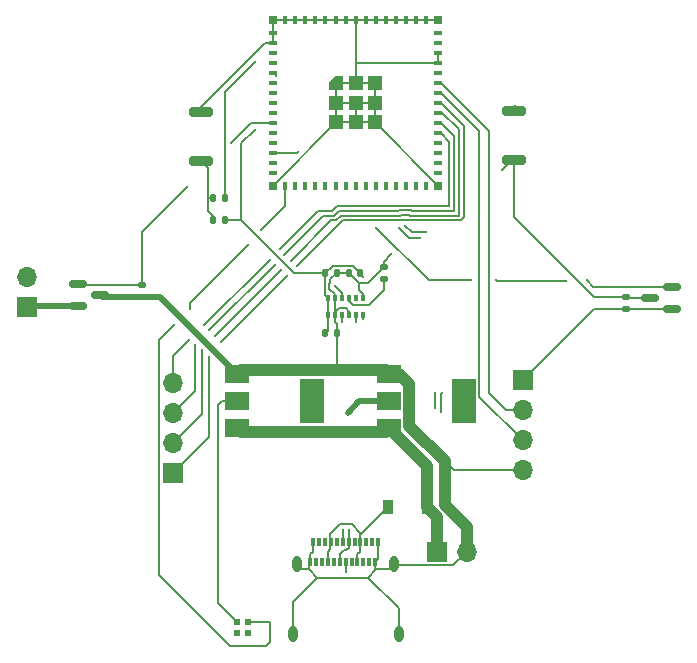
<source format=gbr>
%TF.GenerationSoftware,KiCad,Pcbnew,7.0.9-7.0.9~ubuntu22.04.1*%
%TF.CreationDate,2023-12-21T17:36:31+01:00*%
%TF.ProjectId,lidar 2 round,6c696461-7220-4322-9072-6f756e642e6b,rev?*%
%TF.SameCoordinates,Original*%
%TF.FileFunction,Copper,L1,Top*%
%TF.FilePolarity,Positive*%
%FSLAX46Y46*%
G04 Gerber Fmt 4.6, Leading zero omitted, Abs format (unit mm)*
G04 Created by KiCad (PCBNEW 7.0.9-7.0.9~ubuntu22.04.1) date 2023-12-21 17:36:31*
%MOMM*%
%LPD*%
G01*
G04 APERTURE LIST*
G04 Aperture macros list*
%AMRoundRect*
0 Rectangle with rounded corners*
0 $1 Rounding radius*
0 $2 $3 $4 $5 $6 $7 $8 $9 X,Y pos of 4 corners*
0 Add a 4 corners polygon primitive as box body*
4,1,4,$2,$3,$4,$5,$6,$7,$8,$9,$2,$3,0*
0 Add four circle primitives for the rounded corners*
1,1,$1+$1,$2,$3*
1,1,$1+$1,$4,$5*
1,1,$1+$1,$6,$7*
1,1,$1+$1,$8,$9*
0 Add four rect primitives between the rounded corners*
20,1,$1+$1,$2,$3,$4,$5,0*
20,1,$1+$1,$4,$5,$6,$7,0*
20,1,$1+$1,$6,$7,$8,$9,0*
20,1,$1+$1,$8,$9,$2,$3,0*%
%AMFreePoly0*
4,1,6,0.600000,-0.600000,-0.600000,-0.600000,-0.600000,0.000000,0.000000,0.600000,0.600000,0.600000,0.600000,-0.600000,0.600000,-0.600000,$1*%
G04 Aperture macros list end*
%TA.AperFunction,SMDPad,CuDef*%
%ADD10RoundRect,0.140000X-0.170000X0.140000X-0.170000X-0.140000X0.170000X-0.140000X0.170000X0.140000X0*%
%TD*%
%TA.AperFunction,SMDPad,CuDef*%
%ADD11RoundRect,0.200000X0.800000X-0.200000X0.800000X0.200000X-0.800000X0.200000X-0.800000X-0.200000X0*%
%TD*%
%TA.AperFunction,SMDPad,CuDef*%
%ADD12R,0.800000X0.400000*%
%TD*%
%TA.AperFunction,SMDPad,CuDef*%
%ADD13R,0.400000X0.800000*%
%TD*%
%TA.AperFunction,SMDPad,CuDef*%
%ADD14FreePoly0,0.000000*%
%TD*%
%TA.AperFunction,SMDPad,CuDef*%
%ADD15R,1.200000X1.200000*%
%TD*%
%TA.AperFunction,SMDPad,CuDef*%
%ADD16R,0.800000X0.800000*%
%TD*%
%TA.AperFunction,ComponentPad*%
%ADD17R,1.700000X1.700000*%
%TD*%
%TA.AperFunction,ComponentPad*%
%ADD18O,1.700000X1.700000*%
%TD*%
%TA.AperFunction,SMDPad,CuDef*%
%ADD19RoundRect,0.150000X0.587500X0.150000X-0.587500X0.150000X-0.587500X-0.150000X0.587500X-0.150000X0*%
%TD*%
%TA.AperFunction,SMDPad,CuDef*%
%ADD20RoundRect,0.135000X0.135000X0.185000X-0.135000X0.185000X-0.135000X-0.185000X0.135000X-0.185000X0*%
%TD*%
%TA.AperFunction,SMDPad,CuDef*%
%ADD21R,0.500000X0.500000*%
%TD*%
%TA.AperFunction,SMDPad,CuDef*%
%ADD22RoundRect,0.150000X-0.587500X-0.150000X0.587500X-0.150000X0.587500X0.150000X-0.587500X0.150000X0*%
%TD*%
%TA.AperFunction,SMDPad,CuDef*%
%ADD23R,0.300000X0.700000*%
%TD*%
%TA.AperFunction,ComponentPad*%
%ADD24O,0.800000X1.400000*%
%TD*%
%TA.AperFunction,SMDPad,CuDef*%
%ADD25R,0.900000X1.200000*%
%TD*%
%TA.AperFunction,SMDPad,CuDef*%
%ADD26R,2.000000X1.500000*%
%TD*%
%TA.AperFunction,SMDPad,CuDef*%
%ADD27R,2.000000X3.800000*%
%TD*%
%TA.AperFunction,SMDPad,CuDef*%
%ADD28RoundRect,0.135000X-0.135000X-0.185000X0.135000X-0.185000X0.135000X0.185000X-0.135000X0.185000X0*%
%TD*%
%TA.AperFunction,SMDPad,CuDef*%
%ADD29RoundRect,0.135000X0.185000X-0.135000X0.185000X0.135000X-0.185000X0.135000X-0.185000X-0.135000X0*%
%TD*%
%TA.AperFunction,SMDPad,CuDef*%
%ADD30RoundRect,0.087500X0.087500X0.200000X-0.087500X0.200000X-0.087500X-0.200000X0.087500X-0.200000X0*%
%TD*%
%TA.AperFunction,SMDPad,CuDef*%
%ADD31RoundRect,0.135000X-0.185000X0.135000X-0.185000X-0.135000X0.185000X-0.135000X0.185000X0.135000X0*%
%TD*%
%TA.AperFunction,SMDPad,CuDef*%
%ADD32RoundRect,0.140000X0.140000X0.170000X-0.140000X0.170000X-0.140000X-0.170000X0.140000X-0.170000X0*%
%TD*%
%TA.AperFunction,SMDPad,CuDef*%
%ADD33RoundRect,0.140000X-0.140000X-0.170000X0.140000X-0.170000X0.140000X0.170000X-0.140000X0.170000X0*%
%TD*%
%TA.AperFunction,ViaPad*%
%ADD34C,0.300000*%
%TD*%
%TA.AperFunction,Conductor*%
%ADD35C,0.200000*%
%TD*%
%TA.AperFunction,Conductor*%
%ADD36C,1.000000*%
%TD*%
%TA.AperFunction,Conductor*%
%ADD37C,0.500000*%
%TD*%
G04 APERTURE END LIST*
D10*
%TO.P,C4,1*%
%TO.N,GND*%
X162750000Y-99215000D03*
%TO.P,C4,2*%
%TO.N,+3.3V*%
X162750000Y-100175000D03*
%TD*%
D11*
%TO.P,SW2,1,1*%
%TO.N,Net-(R3-Pad2)*%
X126750000Y-87700000D03*
%TO.P,SW2,2,2*%
%TO.N,GND*%
X126750000Y-83500000D03*
%TD*%
D12*
%TO.P,U5,1,GND*%
%TO.N,GND*%
X132850000Y-76800000D03*
%TO.P,U5,2,GND*%
X132850000Y-77650000D03*
%TO.P,U5,3,3V3*%
%TO.N,+3.3V*%
X132850000Y-78500000D03*
%TO.P,U5,4,GPIO0/BOOT*%
%TO.N,Net-(U5-GPIO0{slash}BOOT)*%
X132850000Y-79350000D03*
%TO.P,U5,5,GPIO1/TOUCH1/ADC1_CH0*%
%TO.N,Enable*%
X132850000Y-80200000D03*
%TO.P,U5,6,GPIO2/TOUCH2/ADC1_CH1*%
%TO.N,SCL*%
X132850000Y-81050000D03*
%TO.P,U5,7,GPIO3/TOUCH3/ADC1_CH2*%
%TO.N,SDA*%
X132850000Y-81900000D03*
%TO.P,U5,8,GPIO4/TOUCH4/ADC1_CH3*%
%TO.N,GPIO0*%
X132850000Y-82750000D03*
%TO.P,U5,9,GPIO5/TOUCH5/ADC1_CH4*%
%TO.N,GPIO1*%
X132850000Y-83600000D03*
%TO.P,U5,10,GPIO6/TOUCH6/ADC1_CH5*%
%TO.N,Enable_Motor*%
X132850000Y-84450000D03*
%TO.P,U5,11,GPIO7/TOUCH7/ADC1_CH6*%
%TO.N,unconnected-(U5-GPIO7{slash}TOUCH7{slash}ADC1_CH6-Pad11)*%
X132850000Y-85300000D03*
%TO.P,U5,12,GPIO8/TOUCH8/ADC1_CH7/SUBSPICS1*%
%TO.N,unconnected-(U5-GPIO8{slash}TOUCH8{slash}ADC1_CH7{slash}SUBSPICS1-Pad12)*%
X132850000Y-86150000D03*
%TO.P,U5,13,GPIO9/TOUCH9/ADC1_CH8/FSPIHD/SUBSPIHD*%
%TO.N,Hall_Effect_Sensor*%
X132850000Y-87000000D03*
%TO.P,U5,14,GPIO10/TOUCH10/ADC1_CH9/FSPICS0/FSPIIO4/SUBSPICS0*%
%TO.N,unconnected-(U5-GPIO10{slash}TOUCH10{slash}ADC1_CH9{slash}FSPICS0{slash}FSPIIO4{slash}SUBSPICS0-Pad14)*%
X132850000Y-87850000D03*
%TO.P,U5,15,GPIO11/TOUCH11/ADC2_CH0/FSPID/FSPIIO5/SUBSPID*%
%TO.N,unconnected-(U5-GPIO11{slash}TOUCH11{slash}ADC2_CH0{slash}FSPID{slash}FSPIIO5{slash}SUBSPID-Pad15)*%
X132850000Y-88700000D03*
D13*
%TO.P,U5,16,GPIO12/TOUCH12/ADC2_CH1/FSPICLK/FSPIIO6/SUBSPICLK*%
%TO.N,SLED*%
X133900000Y-89750000D03*
%TO.P,U5,17,GPIO13/TOUCH13/ADC2_CH2/FSPIQ/FSPIIO7/SUBSPIQ*%
%TO.N,unconnected-(U5-GPIO13{slash}TOUCH13{slash}ADC2_CH2{slash}FSPIQ{slash}FSPIIO7{slash}SUBSPIQ-Pad17)*%
X134750000Y-89750000D03*
%TO.P,U5,18,GPIO14/TOUCH14/ADC2_CH3/FSPIWP/FSPIDQS/SUBSPIWP*%
%TO.N,unconnected-(U5-GPIO14{slash}TOUCH14{slash}ADC2_CH3{slash}FSPIWP{slash}FSPIDQS{slash}SUBSPIWP-Pad18)*%
X135600000Y-89750000D03*
%TO.P,U5,19,GPIO15/U0RTS/ADC2_CH4/XTAL_32K_P*%
%TO.N,unconnected-(U5-GPIO15{slash}U0RTS{slash}ADC2_CH4{slash}XTAL_32K_P-Pad19)*%
X136450000Y-89750000D03*
%TO.P,U5,20,GPIO16/U0CTS/ADC2_CH5/XTAL_32K_N*%
%TO.N,unconnected-(U5-GPIO16{slash}U0CTS{slash}ADC2_CH5{slash}XTAL_32K_N-Pad20)*%
X137300000Y-89750000D03*
%TO.P,U5,21,GPIO17/U1TXD/ADC2_CH6*%
%TO.N,unconnected-(U5-GPIO17{slash}U1TXD{slash}ADC2_CH6-Pad21)*%
X138150000Y-89750000D03*
%TO.P,U5,22,GPIO18/U1RXD/ADC2_CH7/CLK_OUT3*%
%TO.N,unconnected-(U5-GPIO18{slash}U1RXD{slash}ADC2_CH7{slash}CLK_OUT3-Pad22)*%
X139000000Y-89750000D03*
%TO.P,U5,23,GPIO19/U1RTS/ADC2_CH8/CLK_OUT2/USB_D-*%
%TO.N,D-*%
X139850000Y-89750000D03*
%TO.P,U5,24,GPIO20/U1CTS/ADC2_CH9/CLK_OUT1/USB_D+*%
%TO.N,D+*%
X140700000Y-89750000D03*
%TO.P,U5,25,GPIO21*%
%TO.N,unconnected-(U5-GPIO21-Pad25)*%
X141550000Y-89750000D03*
%TO.P,U5,26,GPIO26*%
%TO.N,unconnected-(U5-GPIO26-Pad26)*%
X142400000Y-89750000D03*
%TO.P,U5,27,GPIO47/SPICLK_P/SUBSPICLK_P_DIFF*%
%TO.N,unconnected-(U5-GPIO47{slash}SPICLK_P{slash}SUBSPICLK_P_DIFF-Pad27)*%
X143250000Y-89750000D03*
%TO.P,U5,28,SPIIO4/GPIO33/FSPIHD/SUBSPIHD*%
%TO.N,unconnected-(U5-SPIIO4{slash}GPIO33{slash}FSPIHD{slash}SUBSPIHD-Pad28)*%
X144100000Y-89750000D03*
%TO.P,U5,29,SPIIO5/GPIO34/FSPICS0/SUBSPICS0*%
%TO.N,unconnected-(U5-SPIIO5{slash}GPIO34{slash}FSPICS0{slash}SUBSPICS0-Pad29)*%
X144950000Y-89750000D03*
%TO.P,U5,30,GPIO48/SPICLK_N/SUBSPICLK_N_DIFF*%
%TO.N,unconnected-(U5-GPIO48{slash}SPICLK_N{slash}SUBSPICLK_N_DIFF-Pad30)*%
X145800000Y-89750000D03*
D12*
%TO.P,U5,31,SPIIO6/GPIO35/FSPID/SUBSPID*%
%TO.N,unconnected-(U5-SPIIO6{slash}GPIO35{slash}FSPID{slash}SUBSPID-Pad31)*%
X146850000Y-88700000D03*
%TO.P,U5,32,SPIIO7/GPIO36/FSPICLK/SUBSPICLK*%
%TO.N,unconnected-(U5-SPIIO7{slash}GPIO36{slash}FSPICLK{slash}SUBSPICLK-Pad32)*%
X146850000Y-87850000D03*
%TO.P,U5,33,SPIDQS/GPIO37/FSPIQ/SUBSPIQ*%
%TO.N,unconnected-(U5-SPIDQS{slash}GPIO37{slash}FSPIQ{slash}SUBSPIQ-Pad33)*%
X146850000Y-87000000D03*
%TO.P,U5,34,GPIO38/FSPIWP/SUBSPIWP*%
%TO.N,unconnected-(U5-GPIO38{slash}FSPIWP{slash}SUBSPIWP-Pad34)*%
X146850000Y-86150000D03*
%TO.P,U5,35,MTCK/GPIO39/CLK_OUT3/SUBSPICS1*%
%TO.N,TCK*%
X146850000Y-85300000D03*
%TO.P,U5,36,MTDO/GPIO40/CLK_OUT2*%
%TO.N,TDO*%
X146850000Y-84450000D03*
%TO.P,U5,37,MTDI/GPIO41/CLK_OUT1*%
%TO.N,TDI*%
X146850000Y-83600000D03*
%TO.P,U5,38,MTMS/GPIO42*%
%TO.N,TMS*%
X146850000Y-82750000D03*
%TO.P,U5,39,U0TXD/GPIO43/CLK_OUT1*%
%TO.N,TX*%
X146850000Y-81900000D03*
%TO.P,U5,40,U0RXD/GPIO44/CLK_OUT2*%
%TO.N,RX*%
X146850000Y-81050000D03*
%TO.P,U5,41,GPIO45*%
%TO.N,unconnected-(U5-GPIO45-Pad41)*%
X146850000Y-80200000D03*
%TO.P,U5,42,GND*%
%TO.N,GND*%
X146850000Y-79350000D03*
%TO.P,U5,43,GND*%
X146850000Y-78500000D03*
%TO.P,U5,44,GPIO46*%
%TO.N,unconnected-(U5-GPIO46-Pad44)*%
X146850000Y-77650000D03*
%TO.P,U5,45,EN*%
%TO.N,Net-(U5-EN)*%
X146850000Y-76800000D03*
D13*
%TO.P,U5,46,GND*%
%TO.N,GND*%
X145800000Y-75750000D03*
%TO.P,U5,47,GND*%
X144950000Y-75750000D03*
%TO.P,U5,48,GND*%
X144100000Y-75750000D03*
%TO.P,U5,49,GND*%
X143250000Y-75750000D03*
%TO.P,U5,50,GND*%
X142400000Y-75750000D03*
%TO.P,U5,51,GND*%
X141550000Y-75750000D03*
%TO.P,U5,52,GND*%
X140700000Y-75750000D03*
%TO.P,U5,53,GND*%
X139850000Y-75750000D03*
%TO.P,U5,54,GND*%
X139000000Y-75750000D03*
%TO.P,U5,55,GND*%
X138150000Y-75750000D03*
%TO.P,U5,56,GND*%
X137300000Y-75750000D03*
%TO.P,U5,57,GND*%
X136450000Y-75750000D03*
%TO.P,U5,58,GND*%
X135600000Y-75750000D03*
%TO.P,U5,59,GND*%
X134750000Y-75750000D03*
%TO.P,U5,60,GND*%
X133900000Y-75750000D03*
D14*
%TO.P,U5,61,GND*%
X138200000Y-81100000D03*
D15*
X138200000Y-82750000D03*
X138200000Y-84400000D03*
X139850000Y-81100000D03*
X139850000Y-82750000D03*
X139850000Y-84400000D03*
X141500000Y-81100000D03*
X141500000Y-82750000D03*
X141500000Y-84400000D03*
D16*
%TO.P,U5,62,GND*%
X132850000Y-75750000D03*
%TO.P,U5,63,GND*%
X132850000Y-89750000D03*
%TO.P,U5,64,GND*%
X146850000Y-89750000D03*
%TO.P,U5,65,GND*%
X146850000Y-75750000D03*
%TD*%
D17*
%TO.P,J4,1*%
%TO.N,VIN*%
X146710000Y-120750000D03*
D18*
%TO.P,J4,2*%
%TO.N,GND*%
X149250000Y-120750000D03*
%TD*%
D19*
%TO.P,U4,1,VCC*%
%TO.N,+3.3V*%
X166625000Y-100200000D03*
%TO.P,U4,2,OUT*%
%TO.N,Hall_Effect_Sensor*%
X166625000Y-98300000D03*
%TO.P,U4,3,GND*%
%TO.N,GND*%
X164750000Y-99250000D03*
%TD*%
D17*
%TO.P,J3,1*%
%TO.N,TMS*%
X124375000Y-114050000D03*
D18*
%TO.P,J3,2*%
%TO.N,TDI*%
X124375000Y-111510000D03*
%TO.P,J3,3*%
%TO.N,TDO*%
X124375000Y-108970000D03*
%TO.P,J3,4*%
%TO.N,TCK*%
X124375000Y-106430000D03*
%TD*%
D20*
%TO.P,R3,1*%
%TO.N,+3.3V*%
X128780000Y-92710000D03*
%TO.P,R3,2*%
%TO.N,Net-(R3-Pad2)*%
X127760000Y-92710000D03*
%TD*%
D17*
%TO.P,J2,1*%
%TO.N,Net-(Q1-E)*%
X112000000Y-100025000D03*
D18*
%TO.P,J2,2*%
%TO.N,+5V*%
X112000000Y-97485000D03*
%TD*%
D21*
%TO.P,U3,1,DIN*%
%TO.N,SLED*%
X130717722Y-126726148D03*
%TO.P,U3,2,VDD*%
%TO.N,+3.3V*%
X129817722Y-126726148D03*
%TO.P,U3,3,DOUT*%
%TO.N,unconnected-(U3-DOUT-Pad3)*%
X129817722Y-127626148D03*
%TO.P,U3,4,GND*%
%TO.N,GND*%
X130717722Y-127626148D03*
%TD*%
D22*
%TO.P,Q1,1,B*%
%TO.N,Enable_Motor*%
X116312500Y-98050000D03*
%TO.P,Q1,2,E*%
%TO.N,Net-(Q1-E)*%
X116312500Y-99950000D03*
%TO.P,Q1,3,C*%
%TO.N,GND*%
X118187500Y-99000000D03*
%TD*%
D23*
%TO.P,J5,A1,GND*%
%TO.N,GND*%
X136260000Y-119890000D03*
%TO.P,J5,A2*%
%TO.N,N/C*%
X136760000Y-119890000D03*
%TO.P,J5,A3*%
X137260000Y-119890000D03*
%TO.P,J5,A4,VBUS*%
%TO.N,Net-(D1-A)*%
X137760000Y-119890000D03*
%TO.P,J5,A5,CC1*%
%TO.N,unconnected-(J5-CC1-PadA5)*%
X138260000Y-119890000D03*
%TO.P,J5,A6,D+*%
%TO.N,D+*%
X138760000Y-119890000D03*
%TO.P,J5,A7,D-*%
%TO.N,D-*%
X139260000Y-119890000D03*
%TO.P,J5,A8,SBU1*%
%TO.N,unconnected-(J5-SBU1-PadA8)*%
X139760000Y-119890000D03*
%TO.P,J5,A9,VBUS*%
%TO.N,Net-(D1-A)*%
X140260000Y-119890000D03*
%TO.P,J5,A10*%
%TO.N,N/C*%
X140760000Y-119890000D03*
%TO.P,J5,A11*%
X141260000Y-119890000D03*
%TO.P,J5,A12,GND*%
%TO.N,GND*%
X141760000Y-119890000D03*
%TO.P,J5,B1,GND*%
X141510000Y-121590000D03*
%TO.P,J5,B2*%
%TO.N,N/C*%
X141010000Y-121590000D03*
%TO.P,J5,B3*%
X140510000Y-121590000D03*
%TO.P,J5,B4,VBUS*%
%TO.N,Net-(D1-A)*%
X140010000Y-121590000D03*
%TO.P,J5,B5,CC2*%
%TO.N,unconnected-(J5-CC2-PadB5)*%
X139510000Y-121590000D03*
%TO.P,J5,B6,D+*%
%TO.N,D+*%
X139010000Y-121590000D03*
%TO.P,J5,B7,D-*%
%TO.N,D-*%
X138510000Y-121590000D03*
%TO.P,J5,B8,SBU2*%
%TO.N,unconnected-(J5-SBU2-PadB8)*%
X138010000Y-121590000D03*
%TO.P,J5,B9,VBUS*%
%TO.N,Net-(D1-A)*%
X137510000Y-121590000D03*
%TO.P,J5,B10*%
%TO.N,N/C*%
X137010000Y-121590000D03*
%TO.P,J5,B11*%
X136510000Y-121590000D03*
%TO.P,J5,B12,GND*%
%TO.N,GND*%
X136010000Y-121590000D03*
D24*
%TO.P,J5,S1,SHIELD*%
X134520000Y-127750000D03*
X134880000Y-121800000D03*
X143140000Y-121800000D03*
X143500000Y-127750000D03*
%TD*%
D17*
%TO.P,J1,1*%
%TO.N,+3.3V*%
X154000000Y-106250000D03*
D18*
%TO.P,J1,2*%
%TO.N,RX*%
X154000000Y-108790000D03*
%TO.P,J1,3*%
%TO.N,TX*%
X154000000Y-111330000D03*
%TO.P,J1,4*%
%TO.N,GND*%
X154000000Y-113870000D03*
%TD*%
D25*
%TO.P,D1,1,K*%
%TO.N,VIN*%
X145900000Y-117000000D03*
%TO.P,D1,2,A*%
%TO.N,Net-(D1-A)*%
X142600000Y-117000000D03*
%TD*%
D26*
%TO.P,U6,1,GND*%
%TO.N,GND*%
X129850000Y-105700000D03*
%TO.P,U6,2,VO*%
%TO.N,+3.3V*%
X129850000Y-108000000D03*
D27*
X136150000Y-108000000D03*
D26*
%TO.P,U6,3,VI*%
%TO.N,VIN*%
X129850000Y-110300000D03*
%TD*%
D28*
%TO.P,R4,1*%
%TO.N,Net-(R3-Pad2)*%
X127760000Y-90805000D03*
%TO.P,R4,2*%
%TO.N,Net-(U5-EN)*%
X128780000Y-90805000D03*
%TD*%
D29*
%TO.P,R2,1*%
%TO.N,Enable*%
X142240000Y-97665000D03*
%TO.P,R2,2*%
%TO.N,GND*%
X142240000Y-96645000D03*
%TD*%
D30*
%TO.P,U2,1,VDDV*%
%TO.N,+3.3V*%
X137500000Y-100726000D03*
%TO.P,U2,2,GNDC*%
%TO.N,GND*%
X138100000Y-100726000D03*
%TO.P,U2,3,GPIO0*%
%TO.N,GPIO1*%
X138700000Y-100726000D03*
%TO.P,U2,4,INT*%
%TO.N,GND*%
X139300000Y-100726000D03*
%TO.P,U2,5,SCL*%
%TO.N,SCL*%
X139900000Y-100726000D03*
%TO.P,U2,6,SDA*%
%TO.N,SDA*%
X140500000Y-100726000D03*
%TO.P,U2,7,VDD*%
%TO.N,GND*%
X140500000Y-99250000D03*
%TO.P,U2,8,GND*%
%TO.N,+3.3V*%
X139900000Y-99250000D03*
%TO.P,U2,9,EN*%
%TO.N,Enable*%
X139300000Y-99250000D03*
%TO.P,U2,10,GPIO1*%
%TO.N,GPIO0*%
X138700000Y-99250000D03*
%TO.P,U2,11,GNDV*%
%TO.N,GND*%
X138100000Y-99250000D03*
%TO.P,U2,12,VDDC*%
%TO.N,+3.3V*%
X137500000Y-99250000D03*
%TD*%
D31*
%TO.P,R1,1*%
%TO.N,Enable_Motor*%
X121750000Y-98152500D03*
%TO.P,R1,2*%
%TO.N,GND*%
X121750000Y-99172500D03*
%TD*%
D32*
%TO.P,C1,1*%
%TO.N,GND*%
X138250000Y-97155000D03*
%TO.P,C1,2*%
%TO.N,+3.3V*%
X137290000Y-97155000D03*
%TD*%
D26*
%TO.P,U1,1,GND*%
%TO.N,GND*%
X142700000Y-105700000D03*
%TO.P,U1,2,VO*%
%TO.N,+5V*%
X142700000Y-108000000D03*
D27*
X149000000Y-108000000D03*
D26*
%TO.P,U1,3,VI*%
%TO.N,VIN*%
X142700000Y-110300000D03*
%TD*%
D11*
%TO.P,SW1,1,1*%
%TO.N,GND*%
X153250000Y-87600000D03*
%TO.P,SW1,2,2*%
%TO.N,Net-(U5-GPIO0{slash}BOOT)*%
X153250000Y-83400000D03*
%TD*%
D33*
%TO.P,C3,1*%
%TO.N,GND*%
X139290000Y-97155000D03*
%TO.P,C3,2*%
%TO.N,+3.3V*%
X140250000Y-97155000D03*
%TD*%
D32*
%TO.P,C2,1*%
%TO.N,GND*%
X138250000Y-102250000D03*
%TO.P,C2,2*%
%TO.N,+3.3V*%
X137290000Y-102250000D03*
%TD*%
D34*
%TO.N,Net-(U5-GPIO0{slash}BOOT)*%
X153352335Y-82995075D03*
X132850000Y-79350000D03*
%TO.N,GND*%
X142866453Y-95571283D03*
X152267304Y-88454234D03*
X146850000Y-89750000D03*
X130717722Y-127626148D03*
%TO.N,+3.3V*%
X132850000Y-78500000D03*
X136517520Y-106367523D03*
X140464767Y-97481434D03*
X139900000Y-99250000D03*
X131300185Y-85065306D03*
X137290000Y-102250000D03*
%TO.N,+5V*%
X139191338Y-108973346D03*
%TO.N,TMS*%
X127413689Y-104239823D03*
X134885187Y-96576017D03*
X128489185Y-103021876D03*
X134058977Y-97380859D03*
%TO.N,TDI*%
X126827873Y-103641425D03*
X127973407Y-102495891D03*
X134371783Y-96139063D03*
X133546760Y-96904731D03*
%TO.N,TDO*%
X133004827Y-96453729D03*
X127435035Y-102023520D03*
X133802547Y-95599029D03*
X126231334Y-103231609D03*
%TO.N,TCK*%
X132561872Y-96057588D03*
X125749461Y-102829330D03*
X127000000Y-101600000D03*
X133429593Y-95164347D03*
%TO.N,Enable_Motor*%
X129342043Y-86124498D03*
X125588203Y-89847569D03*
%TO.N,Enable*%
X142240000Y-97665000D03*
X133142072Y-80492073D03*
%TO.N,GPIO1*%
X132850000Y-83600000D03*
X138718767Y-101297904D03*
%TO.N,SCL*%
X139910304Y-101306488D03*
X132850000Y-81050000D03*
%TO.N,SDA*%
X132850000Y-81900000D03*
X140496437Y-101088654D03*
%TO.N,GPIO0*%
X132850000Y-82750000D03*
X138129339Y-98267157D03*
%TO.N,Hall_Effect_Sensor*%
X141605000Y-93345000D03*
X134949056Y-86943836D03*
X151765000Y-97790000D03*
X149595698Y-97765702D03*
X159421357Y-97765702D03*
X157656141Y-97829505D03*
%TO.N,D+*%
X143510000Y-93345000D03*
X145327692Y-94221768D03*
X140700000Y-89750000D03*
X138749437Y-118934388D03*
X146561394Y-108575910D03*
X146561394Y-107335297D03*
X139005851Y-122438844D03*
%TO.N,D-*%
X145774319Y-93721768D03*
X147134105Y-107350895D03*
X139319144Y-118915059D03*
X139850000Y-89750000D03*
X147109374Y-108884211D03*
X144059644Y-93157080D03*
%TO.N,Net-(U5-EN)*%
X131356446Y-79286446D03*
X146850000Y-76800000D03*
%TO.N,SLED*%
X125865385Y-100170297D03*
X130775560Y-94774310D03*
X131868638Y-93542429D03*
X124460000Y-101600000D03*
%TD*%
D35*
%TO.N,GND*%
X154000000Y-113870000D02*
X148160000Y-113870000D01*
X148160000Y-113870000D02*
X147378528Y-113088528D01*
%TO.N,TCK*%
X147050000Y-85300000D02*
X146850000Y-85300000D01*
X147790000Y-86040000D02*
X147050000Y-85300000D01*
X144816728Y-91510000D02*
X147790000Y-91510000D01*
X144763805Y-91457077D02*
X144816728Y-91510000D01*
X143355489Y-91457077D02*
X144763805Y-91457077D01*
X143302566Y-91510000D02*
X143355489Y-91457077D01*
X147790000Y-91510000D02*
X147790000Y-86040000D01*
X138254149Y-91510000D02*
X143302566Y-91510000D01*
X137854148Y-91910000D02*
X138254149Y-91510000D01*
X136683940Y-91910000D02*
X137854148Y-91910000D01*
X133429593Y-95164347D02*
X136683940Y-91910000D01*
%TO.N,Net-(U5-GPIO0{slash}BOOT)*%
X153250000Y-83097410D02*
X153352335Y-82995075D01*
X153250000Y-83400000D02*
X153250000Y-83097410D01*
%TO.N,GND*%
X160062484Y-99215000D02*
X153250000Y-92402516D01*
X139850000Y-75750000D02*
X132850000Y-75750000D01*
X139875000Y-79350000D02*
X139850000Y-79375000D01*
X126750000Y-83100000D02*
X132200000Y-77650000D01*
X135890000Y-122240000D02*
X135320000Y-122240000D01*
X140500000Y-99250000D02*
X140500000Y-98962501D01*
X138100000Y-100726000D02*
X138100000Y-101295000D01*
D36*
X144400000Y-110110000D02*
X144400000Y-106550000D01*
D35*
X142240000Y-96645000D02*
X142240000Y-96197736D01*
X143240000Y-121900000D02*
X148100000Y-121900000D01*
X138250000Y-102250000D02*
X138250000Y-105202907D01*
X143500000Y-125532688D02*
X140906156Y-122938844D01*
X139300000Y-100726000D02*
X139300000Y-100438501D01*
X143500000Y-127750000D02*
X143500000Y-125532688D01*
X142700000Y-122240000D02*
X141605000Y-122240000D01*
X136260000Y-120740000D02*
X136010000Y-120990000D01*
D36*
X142700000Y-105700000D02*
X142400000Y-105400000D01*
D37*
X123322500Y-99172500D02*
X129850000Y-105700000D01*
D35*
X135890000Y-121710000D02*
X136010000Y-121590000D01*
X136010000Y-120990000D02*
X136010000Y-121590000D01*
X143140000Y-121800000D02*
X143240000Y-121900000D01*
X146850000Y-79350000D02*
X146850000Y-78500000D01*
X146850000Y-79350000D02*
X139875000Y-79350000D01*
X138200000Y-82750000D02*
X138200000Y-84400000D01*
D37*
X121750000Y-99172500D02*
X123322500Y-99172500D01*
D35*
X138200000Y-81100000D02*
X138200000Y-82750000D01*
X139850000Y-81100000D02*
X141500000Y-81100000D01*
X138100000Y-99250000D02*
X138100000Y-98944925D01*
X126750000Y-83500000D02*
X126750000Y-83100000D01*
X137718767Y-97686233D02*
X138250000Y-97155000D01*
X138081500Y-101313500D02*
X138250000Y-101482000D01*
X137629339Y-98474264D02*
X137629339Y-98060050D01*
X132850000Y-89750000D02*
X138200000Y-84400000D01*
D36*
X143550000Y-105700000D02*
X142700000Y-105700000D01*
D35*
X139850000Y-81100000D02*
X139850000Y-79375000D01*
X140903566Y-97981434D02*
X142240000Y-96645000D01*
D36*
X130150000Y-105400000D02*
X129850000Y-105700000D01*
D35*
X136588844Y-122938844D02*
X135890000Y-122240000D01*
X135890000Y-122240000D02*
X135890000Y-121710000D01*
X138100000Y-101295000D02*
X138081500Y-101313500D01*
X134520000Y-126365000D02*
X134520000Y-125007688D01*
X141605000Y-122240000D02*
X141510000Y-122145000D01*
X138449568Y-100138500D02*
X138100000Y-100488068D01*
X140500000Y-99020000D02*
X140500000Y-99250000D01*
X139300000Y-100438501D02*
X138999999Y-100138500D01*
X135320000Y-122240000D02*
X134880000Y-121800000D01*
X138100000Y-100488068D02*
X138100000Y-100726000D01*
D36*
X142400000Y-105400000D02*
X139065000Y-105400000D01*
D35*
X138100000Y-100726000D02*
X138100000Y-99250000D01*
X141760000Y-119890000D02*
X141760000Y-121340000D01*
X141510000Y-122145000D02*
X141510000Y-121590000D01*
X134520000Y-127750000D02*
X134520000Y-126365000D01*
D36*
X147378528Y-116781472D02*
X147411472Y-116781472D01*
D35*
X138999999Y-100138500D02*
X138449568Y-100138500D01*
X153250000Y-92402516D02*
X153250000Y-87600000D01*
D36*
X139065000Y-105400000D02*
X138447093Y-105400000D01*
D35*
X142240000Y-96197736D02*
X142866453Y-95571283D01*
X132850000Y-75750000D02*
X132850000Y-77650000D01*
X141500000Y-81100000D02*
X141500000Y-82750000D01*
X140116434Y-98578935D02*
X140116434Y-97981434D01*
X162750000Y-99215000D02*
X160062484Y-99215000D01*
X140906156Y-122938844D02*
X136588844Y-122938844D01*
X138250000Y-105202907D02*
X138447093Y-105400000D01*
X136260000Y-119890000D02*
X136260000Y-120740000D01*
X148100000Y-121900000D02*
X149250000Y-120750000D01*
D36*
X147411472Y-116781472D02*
X149250000Y-118620000D01*
D35*
X138100000Y-98944925D02*
X137629339Y-98474264D01*
X141605000Y-122240000D02*
X140906156Y-122938844D01*
X138200000Y-82750000D02*
X139850000Y-82750000D01*
X153250000Y-87600000D02*
X153121538Y-87600000D01*
X146850000Y-89750000D02*
X141500000Y-84400000D01*
D36*
X144400000Y-110110000D02*
X147378528Y-113088528D01*
D35*
X140500000Y-99250000D02*
X140500000Y-98960000D01*
D36*
X138447093Y-105400000D02*
X130150000Y-105400000D01*
D35*
X143140000Y-121800000D02*
X142700000Y-122240000D01*
X134520000Y-125007688D02*
X136588844Y-122938844D01*
X132200000Y-77650000D02*
X132850000Y-77650000D01*
X140500000Y-98962501D02*
X140116434Y-98578935D01*
X140565000Y-99185000D02*
X140500000Y-99250000D01*
X138250000Y-97155000D02*
X139290000Y-97155000D01*
X138200000Y-84400000D02*
X139850000Y-84400000D01*
X137718767Y-97970622D02*
X137718767Y-97686233D01*
D37*
X121750000Y-99172500D02*
X118360000Y-99172500D01*
D35*
X139850000Y-79375000D02*
X139850000Y-75750000D01*
D36*
X147378528Y-113088528D02*
X147378528Y-116781472D01*
X149250000Y-120750000D02*
X149250000Y-118620000D01*
D35*
X153121538Y-87600000D02*
X152267304Y-88454234D01*
X138250000Y-101482000D02*
X138250000Y-102250000D01*
X141500000Y-82750000D02*
X141500000Y-84400000D01*
X138200000Y-81100000D02*
X139850000Y-81100000D01*
X140517650Y-99267650D02*
X140500000Y-99250000D01*
X164750000Y-99250000D02*
X162785000Y-99250000D01*
X141500000Y-82750000D02*
X139850000Y-82750000D01*
X140116434Y-97981434D02*
X139290000Y-97155000D01*
X118360000Y-99172500D02*
X118187500Y-99000000D01*
X139850000Y-75750000D02*
X146850000Y-75750000D01*
X141500000Y-84400000D02*
X139850000Y-84400000D01*
D36*
X144400000Y-106550000D02*
X143550000Y-105700000D01*
D35*
X140116434Y-97981434D02*
X140903566Y-97981434D01*
X137629339Y-98060050D02*
X137718767Y-97970622D01*
X139850000Y-82750000D02*
X139850000Y-84400000D01*
X162785000Y-99250000D02*
X162750000Y-99215000D01*
X141760000Y-121340000D02*
X141510000Y-121590000D01*
%TO.N,+3.3V*%
X136150000Y-108000000D02*
X136150000Y-106735043D01*
X137290000Y-97155000D02*
X137900000Y-96545000D01*
X137500000Y-102040000D02*
X137290000Y-102250000D01*
X130175000Y-92710000D02*
X128780000Y-92710000D01*
X137290000Y-97833704D02*
X137229339Y-97894365D01*
X130175000Y-86190491D02*
X131300185Y-85065306D01*
X140250000Y-97155000D02*
X140250000Y-97266667D01*
X162750000Y-100175000D02*
X160075000Y-100175000D01*
X136150000Y-106735043D02*
X136517520Y-106367523D01*
X128531523Y-108000000D02*
X129850000Y-108000000D01*
X130175000Y-92710000D02*
X130175000Y-86190491D01*
X128183117Y-125091543D02*
X128183117Y-108348406D01*
X137290000Y-97155000D02*
X137290000Y-97833704D01*
X137500000Y-99695000D02*
X137500000Y-99250000D01*
X137500000Y-100726000D02*
X137500000Y-99695000D01*
X128183117Y-108348406D02*
X128531523Y-108000000D01*
X137229339Y-98979339D02*
X137500000Y-99250000D01*
X137290000Y-97155000D02*
X134620000Y-97155000D01*
X166600000Y-100175000D02*
X166625000Y-100200000D01*
X137229339Y-97894365D02*
X137229339Y-98979339D01*
X137900000Y-96545000D02*
X139640000Y-96545000D01*
X162750000Y-100175000D02*
X166600000Y-100175000D01*
X137500000Y-100726000D02*
X137500000Y-102040000D01*
X129817722Y-126726148D02*
X128183117Y-125091543D01*
X139640000Y-96545000D02*
X140250000Y-97155000D01*
X160075000Y-100175000D02*
X154000000Y-106250000D01*
X134620000Y-97155000D02*
X130175000Y-92710000D01*
X140250000Y-97266667D02*
X140464767Y-97481434D01*
D36*
%TO.N,VIN*%
X145900000Y-113500000D02*
X142700000Y-110300000D01*
X130150000Y-110600000D02*
X129850000Y-110300000D01*
X142700000Y-110300000D02*
X142400000Y-110600000D01*
X145900000Y-117000000D02*
X145900000Y-113500000D01*
X146710000Y-120750000D02*
X146710000Y-117810000D01*
X146710000Y-117810000D02*
X145900000Y-117000000D01*
X142400000Y-110600000D02*
X130150000Y-110600000D01*
D35*
%TO.N,Net-(D1-A)*%
X138542330Y-118434388D02*
X137710000Y-119266718D01*
X140260000Y-120740000D02*
X140010000Y-120990000D01*
X137710000Y-119266718D02*
X137710000Y-120540000D01*
X139545580Y-118434388D02*
X138542330Y-118434388D01*
X137710000Y-120540000D02*
X137510000Y-120740000D01*
X140260000Y-119148808D02*
X139545580Y-118434388D01*
X137510000Y-120740000D02*
X137510000Y-121590000D01*
X140260000Y-119380000D02*
X140260000Y-119890000D01*
X140260000Y-119340000D02*
X140260000Y-119380000D01*
X140010000Y-120990000D02*
X140010000Y-121590000D01*
X142600000Y-117000000D02*
X140260000Y-119340000D01*
X140260000Y-119380000D02*
X140260000Y-119148808D01*
X140260000Y-119890000D02*
X140260000Y-120740000D01*
%TO.N,RX*%
X154000000Y-108790000D02*
X152605000Y-108790000D01*
X147050000Y-81050000D02*
X146850000Y-81050000D01*
X151130000Y-85130000D02*
X147050000Y-81050000D01*
X151130000Y-107315000D02*
X151130000Y-85130000D01*
X152605000Y-108790000D02*
X151130000Y-107315000D01*
%TO.N,TX*%
X147050000Y-81900000D02*
X146850000Y-81900000D01*
X154000000Y-111330000D02*
X150300000Y-107630000D01*
X150300000Y-85150000D02*
X147050000Y-81900000D01*
X150300000Y-107630000D02*
X150300000Y-85150000D01*
D37*
%TO.N,Net-(Q1-E)*%
X116312500Y-99950000D02*
X112075000Y-99950000D01*
D35*
X112075000Y-99950000D02*
X112000000Y-100025000D01*
D37*
%TO.N,+5V*%
X140164684Y-108000000D02*
X139191338Y-108973346D01*
X142700000Y-108000000D02*
X140164684Y-108000000D01*
D35*
%TO.N,TMS*%
X144266751Y-92657080D02*
X144319671Y-92710000D01*
X143799617Y-92710000D02*
X143852537Y-92657080D01*
X124375000Y-114050000D02*
X127413689Y-111011311D01*
X128489185Y-103021876D02*
X134058977Y-97452084D01*
X148764441Y-92710000D02*
X149017349Y-92457092D01*
X149017349Y-92457092D02*
X149017349Y-84717349D01*
X134885187Y-96576017D02*
X138751204Y-92710000D01*
X138751204Y-92710000D02*
X143799617Y-92710000D01*
X127413689Y-111011311D02*
X127413689Y-104239823D01*
X149017349Y-84717349D02*
X148863503Y-84563503D01*
X148863503Y-84563503D02*
X147050000Y-82750000D01*
X143852537Y-92657080D02*
X144266751Y-92657080D01*
X148863503Y-84568216D02*
X148863503Y-84563503D01*
X144319671Y-92710000D02*
X148764441Y-92710000D01*
X134058977Y-97452084D02*
X134058977Y-97380859D01*
X147050000Y-82750000D02*
X146850000Y-82750000D01*
%TO.N,TDI*%
X126827873Y-109057127D02*
X126827873Y-103641425D01*
X148590000Y-84990000D02*
X147200000Y-83600000D01*
X138185518Y-92710000D02*
X138585519Y-92310000D01*
X144432437Y-92257080D02*
X144485356Y-92310000D01*
X143686852Y-92257080D02*
X144432437Y-92257080D01*
X134371783Y-96139063D02*
X137800846Y-92710000D01*
X148590000Y-92310000D02*
X148590000Y-84990000D01*
X147200000Y-83600000D02*
X146850000Y-83600000D01*
X143633931Y-92310000D02*
X143686852Y-92257080D01*
X124375000Y-111510000D02*
X126827873Y-109057127D01*
X133546760Y-96922538D02*
X133546760Y-96904731D01*
X127973407Y-102495891D02*
X133546760Y-96922538D01*
X137800846Y-92710000D02*
X138185518Y-92710000D01*
X138585519Y-92310000D02*
X143633931Y-92310000D01*
X144485356Y-92310000D02*
X148590000Y-92310000D01*
%TO.N,TDO*%
X138419834Y-91910000D02*
X143468247Y-91910000D01*
X144598122Y-91857080D02*
X144651042Y-91910000D01*
X137091576Y-92310000D02*
X138019833Y-92310000D01*
X143468247Y-91910000D02*
X143521169Y-91857080D01*
X133004826Y-96453729D02*
X133004827Y-96453729D01*
X147050000Y-84450000D02*
X146850000Y-84450000D01*
X124375000Y-108970000D02*
X126231334Y-107113666D01*
X144651042Y-91910000D02*
X148190000Y-91910000D01*
X133802547Y-95599029D02*
X137091576Y-92310000D01*
X126231334Y-107113666D02*
X126231334Y-103231609D01*
X138019833Y-92310000D02*
X138419834Y-91910000D01*
X148190000Y-91910000D02*
X148190000Y-85590000D01*
X148190000Y-85590000D02*
X147050000Y-84450000D01*
X143521169Y-91857080D02*
X144598122Y-91857080D01*
X127435035Y-102023520D02*
X133004826Y-96453729D01*
%TO.N,TCK*%
X127000000Y-101600000D02*
X127029833Y-101600000D01*
X132487055Y-96132405D02*
X132561872Y-96057588D01*
X124375000Y-104203791D02*
X125749461Y-102829330D01*
X132487055Y-96142778D02*
X132487055Y-96132405D01*
X127029833Y-101600000D02*
X132487055Y-96142778D01*
X124375000Y-106430000D02*
X124375000Y-104203791D01*
%TO.N,Enable_Motor*%
X129342043Y-86124498D02*
X131016541Y-84450000D01*
X116415000Y-98152500D02*
X116312500Y-98050000D01*
X121750000Y-98152500D02*
X121750000Y-93685772D01*
X121750000Y-98152500D02*
X116415000Y-98152500D01*
X121750000Y-93685772D02*
X125588203Y-89847569D01*
X131016541Y-84450000D02*
X132850000Y-84450000D01*
%TO.N,Enable*%
X139600001Y-99837500D02*
X139300000Y-99537499D01*
X142240000Y-97665000D02*
X142240000Y-98567500D01*
X142240000Y-98567500D02*
X140970000Y-99837500D01*
X139300000Y-99537499D02*
X139300000Y-99250000D01*
X140970000Y-99837500D02*
X139600001Y-99837500D01*
X139300000Y-99250000D02*
X139355567Y-99194433D01*
X140972499Y-99837500D02*
X140970000Y-99837500D01*
%TO.N,GPIO1*%
X138700000Y-101279137D02*
X138718767Y-101297904D01*
X138700000Y-100726000D02*
X138700000Y-101279137D01*
%TO.N,SCL*%
X139900000Y-100726000D02*
X139900000Y-101296184D01*
X139900000Y-101296184D02*
X139910304Y-101306488D01*
%TO.N,SDA*%
X140500000Y-100726000D02*
X140500000Y-101085091D01*
X140500000Y-101085091D02*
X140496437Y-101088654D01*
%TO.N,GPIO0*%
X138700000Y-99250000D02*
X138700000Y-98837818D01*
X138700000Y-98837818D02*
X138129339Y-98267157D01*
%TO.N,Hall_Effect_Sensor*%
X146025702Y-97765702D02*
X141605000Y-93345000D01*
X149595698Y-97765702D02*
X146025702Y-97765702D01*
X157656141Y-97829505D02*
X151804505Y-97829505D01*
X151804505Y-97829505D02*
X151765000Y-97790000D01*
X134892892Y-87000000D02*
X134949056Y-86943836D01*
X166625000Y-98300000D02*
X159955655Y-98300000D01*
X159955655Y-98300000D02*
X159421357Y-97765702D01*
X132850000Y-87000000D02*
X134892892Y-87000000D01*
%TO.N,D+*%
X138760000Y-118944951D02*
X138749437Y-118934388D01*
X139010000Y-122434695D02*
X139005851Y-122438844D01*
X146561394Y-108575910D02*
X146561394Y-107335297D01*
X139010000Y-121590000D02*
X139010000Y-122434695D01*
X144386768Y-94221768D02*
X145327692Y-94221768D01*
X138760000Y-119890000D02*
X138760000Y-118944951D01*
X143510000Y-93345000D02*
X144386768Y-94221768D01*
%TO.N,D-*%
X147109374Y-107375626D02*
X147134105Y-107350895D01*
X138850000Y-120650000D02*
X139065000Y-120650000D01*
X138510000Y-120990000D02*
X138850000Y-120650000D01*
X139065000Y-120650000D02*
X139260000Y-120455000D01*
X145774319Y-93721768D02*
X144624332Y-93721768D01*
X139260000Y-119890000D02*
X139260000Y-118974203D01*
X138510000Y-121590000D02*
X138510000Y-120990000D01*
X139260000Y-120455000D02*
X139260000Y-119890000D01*
X147109374Y-108884211D02*
X147109374Y-107375626D01*
X144624332Y-93721768D02*
X144059644Y-93157080D01*
X139260000Y-118974203D02*
X139319144Y-118915059D01*
%TO.N,Net-(U5-EN)*%
X128780000Y-90805000D02*
X128780000Y-81862892D01*
X128780000Y-81862892D02*
X131356446Y-79286446D01*
%TO.N,SLED*%
X132618959Y-128366041D02*
X132246372Y-128738628D01*
X132618959Y-126744710D02*
X132618959Y-128366041D01*
X131868638Y-93542429D02*
X133900000Y-91511067D01*
X130717722Y-126726148D02*
X132600397Y-126726148D01*
X132246372Y-128738628D02*
X129248977Y-128733777D01*
X132600397Y-126726148D02*
X132618959Y-126744710D01*
X123225000Y-102835000D02*
X124460000Y-101600000D01*
X125865385Y-99684485D02*
X130775560Y-94774310D01*
X123225000Y-122709800D02*
X123225000Y-102835000D01*
X129248977Y-128733777D02*
X123225000Y-122709800D01*
X125865385Y-100170297D02*
X125865385Y-99684485D01*
X133900000Y-91511067D02*
X133900000Y-89750000D01*
%TO.N,Net-(R3-Pad2)*%
X127357180Y-90805320D02*
X127357180Y-91919361D01*
X127760000Y-92322181D02*
X127760000Y-92710000D01*
X126750000Y-87700000D02*
X127357500Y-88307500D01*
X127357500Y-90805000D02*
X127357180Y-90805320D01*
X127357180Y-91919361D02*
X127760000Y-92322181D01*
X127357500Y-88307500D02*
X127357500Y-90805000D01*
X127357500Y-90805000D02*
X127760000Y-90805000D01*
%TD*%
M02*

</source>
